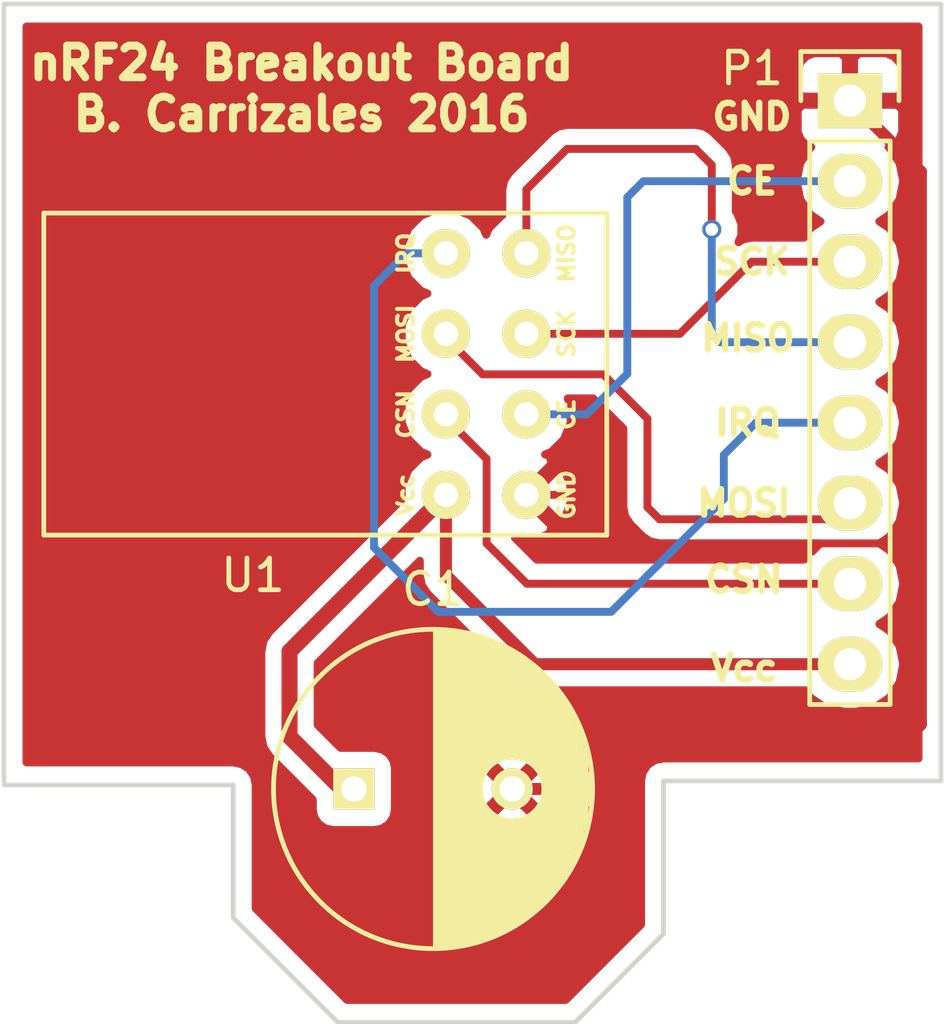
<source format=kicad_pcb>
(kicad_pcb (version 4) (host pcbnew 4.0.2-stable)

  (general
    (links 10)
    (no_connects 0)
    (area 128.016 109.95 159.966667 143.331001)
    (thickness 1.6)
    (drawings 21)
    (tracks 59)
    (zones 0)
    (modules 3)
    (nets 9)
  )

  (page A4)
  (title_block
    (title "NRF24 Breakout Board")
    (rev -)
    (comment 1 "Brennan Carrizales")
  )

  (layers
    (0 F.Cu signal)
    (31 B.Cu signal)
    (32 B.Adhes user)
    (33 F.Adhes user)
    (34 B.Paste user)
    (35 F.Paste user)
    (36 B.SilkS user)
    (37 F.SilkS user)
    (38 B.Mask user)
    (39 F.Mask user)
    (40 Dwgs.User user)
    (41 Cmts.User user)
    (42 Eco1.User user)
    (43 Eco2.User user)
    (44 Edge.Cuts user)
    (45 Margin user)
    (46 B.CrtYd user)
    (47 F.CrtYd user)
    (48 B.Fab user)
    (49 F.Fab user)
  )

  (setup
    (last_trace_width 0.381)
    (user_trace_width 0.1524)
    (user_trace_width 0.254)
    (user_trace_width 0.381)
    (user_trace_width 0.508)
    (user_trace_width 0.8128)
    (trace_clearance 0.2)
    (zone_clearance 0.508)
    (zone_45_only no)
    (trace_min 0.1524)
    (segment_width 0.2)
    (edge_width 0.15)
    (via_size 0.6)
    (via_drill 0.4)
    (via_min_size 0.4)
    (via_min_drill 0.254)
    (user_via 0.4826 0.3302)
    (user_via 0.5 0.4)
    (user_via 1.905 0.254)
    (uvia_size 0.3)
    (uvia_drill 0.1)
    (uvias_allowed no)
    (uvia_min_size 0.2)
    (uvia_min_drill 0.1)
    (pcb_text_width 0.3)
    (pcb_text_size 1.5 1.5)
    (mod_edge_width 0.15)
    (mod_text_size 1 1)
    (mod_text_width 0.15)
    (pad_size 1.524 1.524)
    (pad_drill 0.762)
    (pad_to_mask_clearance 0.2)
    (aux_axis_origin 0 0)
    (visible_elements FFFFFF7F)
    (pcbplotparams
      (layerselection 0x010f0_80000001)
      (usegerberextensions true)
      (excludeedgelayer true)
      (linewidth 0.100000)
      (plotframeref false)
      (viasonmask false)
      (mode 1)
      (useauxorigin false)
      (hpglpennumber 1)
      (hpglpenspeed 20)
      (hpglpendiameter 15)
      (hpglpenoverlay 2)
      (psnegative false)
      (psa4output false)
      (plotreference true)
      (plotvalue true)
      (plotinvisibletext false)
      (padsonsilk false)
      (subtractmaskfromsilk false)
      (outputformat 1)
      (mirror false)
      (drillshape 0)
      (scaleselection 1)
      (outputdirectory Gerbers/))
  )

  (net 0 "")
  (net 1 "Net-(P1-Pad2)")
  (net 2 "Net-(P1-Pad3)")
  (net 3 "Net-(P1-Pad4)")
  (net 4 "Net-(P1-Pad5)")
  (net 5 "Net-(P1-Pad6)")
  (net 6 "Net-(P1-Pad7)")
  (net 7 "Net-(C1-Pad1)")
  (net 8 "Net-(C1-Pad2)")

  (net_class Default "This is the default net class."
    (clearance 0.2)
    (trace_width 0.25)
    (via_dia 0.6)
    (via_drill 0.4)
    (uvia_dia 0.3)
    (uvia_drill 0.1)
    (add_net "Net-(C1-Pad1)")
    (add_net "Net-(C1-Pad2)")
    (add_net "Net-(P1-Pad2)")
    (add_net "Net-(P1-Pad3)")
    (add_net "Net-(P1-Pad4)")
    (add_net "Net-(P1-Pad5)")
    (add_net "Net-(P1-Pad6)")
    (add_net "Net-(P1-Pad7)")
  )

  (module Pin_Headers:Pin_Header_Straight_1x08 (layer F.Cu) (tedit 57CCFB90) (tstamp 57CCF863)
    (at 154.858333 114.175)
    (descr "Through hole pin header")
    (tags "pin header")
    (path /57CCC68D)
    (fp_text reference P1 (at -3.093333 -1.018) (layer F.SilkS)
      (effects (font (size 1 1) (thickness 0.15)))
    )
    (fp_text value CONN_01X08 (at 0 -3.1) (layer F.Fab) hide
      (effects (font (size 1 1) (thickness 0.15)))
    )
    (fp_line (start -1.75 -1.75) (end -1.75 19.55) (layer F.CrtYd) (width 0.05))
    (fp_line (start 1.75 -1.75) (end 1.75 19.55) (layer F.CrtYd) (width 0.05))
    (fp_line (start -1.75 -1.75) (end 1.75 -1.75) (layer F.CrtYd) (width 0.05))
    (fp_line (start -1.75 19.55) (end 1.75 19.55) (layer F.CrtYd) (width 0.05))
    (fp_line (start 1.27 1.27) (end 1.27 19.05) (layer F.SilkS) (width 0.15))
    (fp_line (start 1.27 19.05) (end -1.27 19.05) (layer F.SilkS) (width 0.15))
    (fp_line (start -1.27 19.05) (end -1.27 1.27) (layer F.SilkS) (width 0.15))
    (fp_line (start 1.55 -1.55) (end 1.55 0) (layer F.SilkS) (width 0.15))
    (fp_line (start 1.27 1.27) (end -1.27 1.27) (layer F.SilkS) (width 0.15))
    (fp_line (start -1.55 0) (end -1.55 -1.55) (layer F.SilkS) (width 0.15))
    (fp_line (start -1.55 -1.55) (end 1.55 -1.55) (layer F.SilkS) (width 0.15))
    (pad 1 thru_hole rect (at 0 0) (size 2.032 1.7272) (drill 1.016) (layers *.Cu *.Mask F.SilkS)
      (net 8 "Net-(C1-Pad2)"))
    (pad 2 thru_hole oval (at 0 2.54) (size 2.032 1.7272) (drill 1.016) (layers *.Cu *.Mask F.SilkS)
      (net 1 "Net-(P1-Pad2)"))
    (pad 3 thru_hole oval (at 0 5.08) (size 2.032 1.7272) (drill 1.016) (layers *.Cu *.Mask F.SilkS)
      (net 2 "Net-(P1-Pad3)"))
    (pad 4 thru_hole oval (at 0 7.62) (size 2.032 1.7272) (drill 1.016) (layers *.Cu *.Mask F.SilkS)
      (net 3 "Net-(P1-Pad4)"))
    (pad 5 thru_hole oval (at 0 10.16) (size 2.032 1.7272) (drill 1.016) (layers *.Cu *.Mask F.SilkS)
      (net 4 "Net-(P1-Pad5)"))
    (pad 6 thru_hole oval (at 0 12.7) (size 2.032 1.7272) (drill 1.016) (layers *.Cu *.Mask F.SilkS)
      (net 5 "Net-(P1-Pad6)"))
    (pad 7 thru_hole oval (at 0 15.24) (size 2.032 1.7272) (drill 1.016) (layers *.Cu *.Mask F.SilkS)
      (net 6 "Net-(P1-Pad7)"))
    (pad 8 thru_hole oval (at 0 17.78) (size 2.032 1.7272) (drill 1.016) (layers *.Cu *.Mask F.SilkS)
      (net 7 "Net-(C1-Pad1)"))
    (model Pin_Headers.3dshapes/Pin_Header_Straight_1x08.wrl
      (at (xyz 0 -0.35 0))
      (scale (xyz 1 1 1))
      (rotate (xyz 0 0 90))
    )
  )

  (module "nRF24 Breakout Footprints:nRF24" (layer F.Cu) (tedit 57CCEC7E) (tstamp 57CCF87B)
    (at 135.75 122.8)
    (descr "A footprint for the generic NRF24 module")
    (path /57CCD13B)
    (fp_text reference U1 (at 0.254 6.35) (layer F.SilkS)
      (effects (font (size 1 1) (thickness 0.15)))
    )
    (fp_text value nRF24 (at -0.762 0) (layer F.Fab)
      (effects (font (size 1 1) (thickness 0.15)))
    )
    (fp_line (start -6.35 -5.08) (end -6.35 5.08) (layer F.SilkS) (width 0.15))
    (fp_line (start 11.43 -5.08) (end 11.43 5.08) (layer F.SilkS) (width 0.15))
    (fp_text user Vcc (at 5.08 3.81 90) (layer F.SilkS)
      (effects (font (size 0.5 0.5) (thickness 0.125)))
    )
    (fp_text user CSN (at 5.08 1.27 90) (layer F.SilkS)
      (effects (font (size 0.5 0.5) (thickness 0.125)))
    )
    (fp_text user MOSI (at 5.08 -1.27 90) (layer F.SilkS)
      (effects (font (size 0.5 0.5) (thickness 0.125)))
    )
    (fp_text user IRQ (at 5.08 -3.81 90) (layer F.SilkS)
      (effects (font (size 0.5 0.5) (thickness 0.125)))
    )
    (fp_text user MISO (at 10.16 -3.81 90) (layer F.SilkS)
      (effects (font (size 0.5 0.5) (thickness 0.125)))
    )
    (fp_text user SCK (at 10.16 -1.27 90) (layer F.SilkS)
      (effects (font (size 0.5 0.5) (thickness 0.125)))
    )
    (fp_text user CE (at 10.16 1.27 90) (layer F.SilkS)
      (effects (font (size 0.5 0.5) (thickness 0.125)))
    )
    (fp_text user GND (at 10.16 3.81 90) (layer F.SilkS)
      (effects (font (size 0.5 0.5) (thickness 0.125)))
    )
    (fp_line (start -6.35 5.08) (end 11.43 5.08) (layer F.SilkS) (width 0.15))
    (fp_line (start 11.43 -5.08) (end -6.35 -5.08) (layer F.SilkS) (width 0.15))
    (pad 0 thru_hole circle (at 8.89 3.81) (size 1.524 1.524) (drill 0.762) (layers *.Cu *.Mask F.SilkS)
      (net 8 "Net-(C1-Pad2)"))
    (pad 1 thru_hole circle (at 8.89 1.27) (size 1.524 1.524) (drill 0.762) (layers *.Cu *.Mask F.SilkS)
      (net 1 "Net-(P1-Pad2)"))
    (pad 2 thru_hole circle (at 8.89 -1.27) (size 1.524 1.524) (drill 0.762) (layers *.Cu *.Mask F.SilkS)
      (net 2 "Net-(P1-Pad3)"))
    (pad 3 thru_hole circle (at 8.89 -3.81) (size 1.524 1.524) (drill 0.762) (layers *.Cu *.Mask F.SilkS)
      (net 3 "Net-(P1-Pad4)"))
    (pad 4 thru_hole circle (at 6.35 -3.81) (size 1.524 1.524) (drill 0.762) (layers *.Cu *.Mask F.SilkS)
      (net 4 "Net-(P1-Pad5)"))
    (pad 5 thru_hole circle (at 6.35 -1.27) (size 1.524 1.524) (drill 0.762) (layers *.Cu *.Mask F.SilkS)
      (net 5 "Net-(P1-Pad6)"))
    (pad 6 thru_hole circle (at 6.35 1.27) (size 1.524 1.524) (drill 0.762) (layers *.Cu *.Mask F.SilkS)
      (net 6 "Net-(P1-Pad7)"))
    (pad 7 thru_hole circle (at 6.35 3.81) (size 1.524 1.524) (drill 0.762) (layers *.Cu *.Mask F.SilkS)
      (net 7 "Net-(C1-Pad1)"))
  )

  (module Capacitors_ThroughHole:C_Radial_D10_L16_P5 (layer F.Cu) (tedit 0) (tstamp 57CD0477)
    (at 139.192 135.89)
    (descr "Radial Electrolytic Capacitor 10mm x Length 16mm, Pitch 5mm")
    (tags "Electrolytic Capacitor")
    (path /57CD0306)
    (fp_text reference C1 (at 2.5 -6.3) (layer F.SilkS)
      (effects (font (size 1 1) (thickness 0.15)))
    )
    (fp_text value 10uF (at 2.5 6.3) (layer F.Fab)
      (effects (font (size 1 1) (thickness 0.15)))
    )
    (fp_line (start 2.575 -4.999) (end 2.575 4.999) (layer F.SilkS) (width 0.15))
    (fp_line (start 2.715 -4.995) (end 2.715 4.995) (layer F.SilkS) (width 0.15))
    (fp_line (start 2.855 -4.987) (end 2.855 4.987) (layer F.SilkS) (width 0.15))
    (fp_line (start 2.995 -4.975) (end 2.995 4.975) (layer F.SilkS) (width 0.15))
    (fp_line (start 3.135 -4.96) (end 3.135 4.96) (layer F.SilkS) (width 0.15))
    (fp_line (start 3.275 -4.94) (end 3.275 4.94) (layer F.SilkS) (width 0.15))
    (fp_line (start 3.415 -4.916) (end 3.415 4.916) (layer F.SilkS) (width 0.15))
    (fp_line (start 3.555 -4.887) (end 3.555 4.887) (layer F.SilkS) (width 0.15))
    (fp_line (start 3.695 -4.855) (end 3.695 4.855) (layer F.SilkS) (width 0.15))
    (fp_line (start 3.835 -4.818) (end 3.835 4.818) (layer F.SilkS) (width 0.15))
    (fp_line (start 3.975 -4.777) (end 3.975 4.777) (layer F.SilkS) (width 0.15))
    (fp_line (start 4.115 -4.732) (end 4.115 -0.466) (layer F.SilkS) (width 0.15))
    (fp_line (start 4.115 0.466) (end 4.115 4.732) (layer F.SilkS) (width 0.15))
    (fp_line (start 4.255 -4.682) (end 4.255 -0.667) (layer F.SilkS) (width 0.15))
    (fp_line (start 4.255 0.667) (end 4.255 4.682) (layer F.SilkS) (width 0.15))
    (fp_line (start 4.395 -4.627) (end 4.395 -0.796) (layer F.SilkS) (width 0.15))
    (fp_line (start 4.395 0.796) (end 4.395 4.627) (layer F.SilkS) (width 0.15))
    (fp_line (start 4.535 -4.567) (end 4.535 -0.885) (layer F.SilkS) (width 0.15))
    (fp_line (start 4.535 0.885) (end 4.535 4.567) (layer F.SilkS) (width 0.15))
    (fp_line (start 4.675 -4.502) (end 4.675 -0.946) (layer F.SilkS) (width 0.15))
    (fp_line (start 4.675 0.946) (end 4.675 4.502) (layer F.SilkS) (width 0.15))
    (fp_line (start 4.815 -4.432) (end 4.815 -0.983) (layer F.SilkS) (width 0.15))
    (fp_line (start 4.815 0.983) (end 4.815 4.432) (layer F.SilkS) (width 0.15))
    (fp_line (start 4.955 -4.356) (end 4.955 -0.999) (layer F.SilkS) (width 0.15))
    (fp_line (start 4.955 0.999) (end 4.955 4.356) (layer F.SilkS) (width 0.15))
    (fp_line (start 5.095 -4.274) (end 5.095 -0.995) (layer F.SilkS) (width 0.15))
    (fp_line (start 5.095 0.995) (end 5.095 4.274) (layer F.SilkS) (width 0.15))
    (fp_line (start 5.235 -4.186) (end 5.235 -0.972) (layer F.SilkS) (width 0.15))
    (fp_line (start 5.235 0.972) (end 5.235 4.186) (layer F.SilkS) (width 0.15))
    (fp_line (start 5.375 -4.091) (end 5.375 -0.927) (layer F.SilkS) (width 0.15))
    (fp_line (start 5.375 0.927) (end 5.375 4.091) (layer F.SilkS) (width 0.15))
    (fp_line (start 5.515 -3.989) (end 5.515 -0.857) (layer F.SilkS) (width 0.15))
    (fp_line (start 5.515 0.857) (end 5.515 3.989) (layer F.SilkS) (width 0.15))
    (fp_line (start 5.655 -3.879) (end 5.655 -0.756) (layer F.SilkS) (width 0.15))
    (fp_line (start 5.655 0.756) (end 5.655 3.879) (layer F.SilkS) (width 0.15))
    (fp_line (start 5.795 -3.761) (end 5.795 -0.607) (layer F.SilkS) (width 0.15))
    (fp_line (start 5.795 0.607) (end 5.795 3.761) (layer F.SilkS) (width 0.15))
    (fp_line (start 5.935 -3.633) (end 5.935 -0.355) (layer F.SilkS) (width 0.15))
    (fp_line (start 5.935 0.355) (end 5.935 3.633) (layer F.SilkS) (width 0.15))
    (fp_line (start 6.075 -3.496) (end 6.075 3.496) (layer F.SilkS) (width 0.15))
    (fp_line (start 6.215 -3.346) (end 6.215 3.346) (layer F.SilkS) (width 0.15))
    (fp_line (start 6.355 -3.184) (end 6.355 3.184) (layer F.SilkS) (width 0.15))
    (fp_line (start 6.495 -3.007) (end 6.495 3.007) (layer F.SilkS) (width 0.15))
    (fp_line (start 6.635 -2.811) (end 6.635 2.811) (layer F.SilkS) (width 0.15))
    (fp_line (start 6.775 -2.593) (end 6.775 2.593) (layer F.SilkS) (width 0.15))
    (fp_line (start 6.915 -2.347) (end 6.915 2.347) (layer F.SilkS) (width 0.15))
    (fp_line (start 7.055 -2.062) (end 7.055 2.062) (layer F.SilkS) (width 0.15))
    (fp_line (start 7.195 -1.72) (end 7.195 1.72) (layer F.SilkS) (width 0.15))
    (fp_line (start 7.335 -1.274) (end 7.335 1.274) (layer F.SilkS) (width 0.15))
    (fp_line (start 7.475 -0.499) (end 7.475 0.499) (layer F.SilkS) (width 0.15))
    (fp_circle (center 5 0) (end 5 -1) (layer F.SilkS) (width 0.15))
    (fp_circle (center 2.5 0) (end 2.5 -5.0375) (layer F.SilkS) (width 0.15))
    (fp_circle (center 2.5 0) (end 2.5 -5.3) (layer F.CrtYd) (width 0.05))
    (pad 1 thru_hole rect (at 0 0) (size 1.3 1.3) (drill 0.8) (layers *.Cu *.Mask F.SilkS)
      (net 7 "Net-(C1-Pad1)"))
    (pad 2 thru_hole circle (at 5 0) (size 1.3 1.3) (drill 0.8) (layers *.Cu *.Mask F.SilkS)
      (net 8 "Net-(C1-Pad2)"))
    (model Capacitors_ThroughHole.3dshapes/C_Radial_D10_L16_P5.wrl
      (at (xyz 0.0984252 0 0))
      (scale (xyz 1 1 1))
      (rotate (xyz 0 0 90))
    )
  )

  (gr_text "nRF24 Breakout Board\nB. Carrizales 2016" (at 137.541 113.792) (layer F.SilkS)
    (effects (font (size 1 1) (thickness 0.25)))
  )
  (gr_line (start 157.734 135.636) (end 157.734 135.509) (angle 90) (layer Edge.Cuts) (width 0.15))
  (gr_line (start 148.971 135.636) (end 157.734 135.636) (angle 90) (layer Edge.Cuts) (width 0.15))
  (gr_line (start 148.971 140.462) (end 148.971 135.636) (angle 90) (layer Edge.Cuts) (width 0.15))
  (gr_line (start 146.177 143.256) (end 148.971 140.462) (angle 90) (layer Edge.Cuts) (width 0.15))
  (gr_line (start 138.684 143.256) (end 146.177 143.256) (angle 90) (layer Edge.Cuts) (width 0.15))
  (gr_line (start 135.382 139.954) (end 138.684 143.256) (angle 90) (layer Edge.Cuts) (width 0.15))
  (gr_line (start 135.382 135.763) (end 135.382 139.954) (angle 90) (layer Edge.Cuts) (width 0.15))
  (gr_line (start 128.143 135.763) (end 135.382 135.763) (angle 90) (layer Edge.Cuts) (width 0.15))
  (gr_text "GND\n" (at 151.765 114.681) (layer F.SilkS) (tstamp 57CD00B2)
    (effects (font (size 0.8 0.8) (thickness 0.2)))
  )
  (gr_text CE (at 151.765 116.713) (layer F.SilkS) (tstamp 57CD00A8)
    (effects (font (size 0.8 0.8) (thickness 0.2)))
  )
  (gr_text SCK (at 151.765 119.253) (layer F.SilkS) (tstamp 57CD0096)
    (effects (font (size 0.8 0.8) (thickness 0.2)))
  )
  (gr_text "MISO\n" (at 151.638 121.666) (layer F.SilkS) (tstamp 57CD008B)
    (effects (font (size 0.8 0.8) (thickness 0.2)))
  )
  (gr_text IRQ (at 151.638 124.333) (layer F.SilkS) (tstamp 57CD0018)
    (effects (font (size 0.8 0.8) (thickness 0.2)))
  )
  (gr_text "MOSI\n" (at 151.511 126.873) (layer F.SilkS)
    (effects (font (size 0.8 0.8) (thickness 0.2)))
  )
  (gr_text "CSN\n" (at 151.511 129.286) (layer F.SilkS) (tstamp 57CCFFB1)
    (effects (font (size 0.8 0.8) (thickness 0.2)))
  )
  (gr_text Vcc (at 151.511 132.08) (layer F.SilkS)
    (effects (font (size 0.8 0.8) (thickness 0.2)))
  )
  (gr_line (start 157.734 111.125) (end 157.48 111.125) (angle 90) (layer Edge.Cuts) (width 0.15))
  (gr_line (start 157.734 135.636) (end 157.734 111.125) (angle 90) (layer Edge.Cuts) (width 0.15))
  (gr_line (start 128.143 111.125) (end 128.143 135.636) (angle 90) (layer Edge.Cuts) (width 0.15))
  (gr_line (start 157.48 111.125) (end 128.143 111.125) (angle 90) (layer Edge.Cuts) (width 0.15))

  (segment (start 144.64 124.07) (end 146.549 124.07) (width 0.25) (layer B.Cu) (net 1))
  (segment (start 148.334 116.715) (end 154.858333 116.715) (width 0.25) (layer B.Cu) (net 1) (tstamp 57CCFDC3))
  (segment (start 147.828 117.221) (end 148.334 116.715) (width 0.25) (layer B.Cu) (net 1) (tstamp 57CCFDC1))
  (segment (start 147.828 122.791) (end 147.828 117.221) (width 0.25) (layer B.Cu) (net 1) (tstamp 57CCFDB9))
  (segment (start 146.549 124.07) (end 147.828 122.791) (width 0.25) (layer B.Cu) (net 1) (tstamp 57CCFDB3))
  (segment (start 144.64 121.53) (end 149.488 121.53) (width 0.25) (layer F.Cu) (net 2))
  (segment (start 151.763 119.255) (end 154.858333 119.255) (width 0.25) (layer F.Cu) (net 2) (tstamp 57CCFDDD))
  (segment (start 149.488 121.53) (end 151.763 119.255) (width 0.25) (layer F.Cu) (net 2) (tstamp 57CCFDD7))
  (segment (start 144.64 118.99) (end 144.64 116.98) (width 0.25) (layer F.Cu) (net 3))
  (segment (start 150.751 121.795) (end 154.858333 121.795) (width 0.25) (layer B.Cu) (net 3) (tstamp 57CCFE4A))
  (segment (start 150.495 121.539) (end 150.751 121.795) (width 0.25) (layer B.Cu) (net 3) (tstamp 57CCFE44))
  (segment (start 150.495 118.237) (end 150.495 121.539) (width 0.25) (layer B.Cu) (net 3) (tstamp 57CCFE43))
  (via (at 150.495 118.237) (size 0.6) (drill 0.4) (layers F.Cu B.Cu) (net 3))
  (segment (start 150.495 116.205) (end 150.495 118.237) (width 0.25) (layer F.Cu) (net 3) (tstamp 57CCFE39))
  (segment (start 149.987 115.697) (end 150.495 116.205) (width 0.25) (layer F.Cu) (net 3) (tstamp 57CCFE38))
  (segment (start 145.923 115.697) (end 149.987 115.697) (width 0.25) (layer F.Cu) (net 3) (tstamp 57CCFE32))
  (segment (start 144.64 116.98) (end 145.923 115.697) (width 0.25) (layer F.Cu) (net 3) (tstamp 57CCFE31))
  (segment (start 142.1 118.99) (end 140.852 118.99) (width 0.25) (layer B.Cu) (net 4))
  (segment (start 151.89 124.335) (end 154.858333 124.335) (width 0.25) (layer B.Cu) (net 4) (tstamp 57CCFE13))
  (segment (start 150.876 125.349) (end 151.89 124.335) (width 0.25) (layer B.Cu) (net 4) (tstamp 57CCFE0F))
  (segment (start 150.876 126.746) (end 150.876 125.349) (width 0.25) (layer B.Cu) (net 4) (tstamp 57CCFE0C))
  (segment (start 147.32 130.302) (end 150.876 126.746) (width 0.25) (layer B.Cu) (net 4) (tstamp 57CCFE08))
  (segment (start 141.859 130.302) (end 147.32 130.302) (width 0.25) (layer B.Cu) (net 4) (tstamp 57CCFE04))
  (segment (start 139.827 128.27) (end 141.859 130.302) (width 0.25) (layer B.Cu) (net 4) (tstamp 57CCFE02))
  (segment (start 139.827 120.015) (end 139.827 128.27) (width 0.25) (layer B.Cu) (net 4) (tstamp 57CCFDFD))
  (segment (start 140.852 118.99) (end 139.827 120.015) (width 0.25) (layer B.Cu) (net 4) (tstamp 57CCFDF8))
  (segment (start 142.1 121.53) (end 142.1 121.653) (width 0.25) (layer F.Cu) (net 5))
  (segment (start 142.1 121.653) (end 143.256 122.809) (width 0.25) (layer F.Cu) (net 5) (tstamp 57CCFD55))
  (segment (start 143.256 122.809) (end 147.066 122.809) (width 0.25) (layer F.Cu) (net 5) (tstamp 57CCFD58))
  (segment (start 147.066 122.809) (end 148.463 124.206) (width 0.25) (layer F.Cu) (net 5) (tstamp 57CCFD5C))
  (segment (start 148.463 124.206) (end 148.463 127) (width 0.25) (layer F.Cu) (net 5) (tstamp 57CCFD64))
  (segment (start 148.463 127) (end 148.844 127.381) (width 0.25) (layer F.Cu) (net 5) (tstamp 57CCFD68))
  (segment (start 148.844 127.381) (end 154.352333 127.381) (width 0.25) (layer F.Cu) (net 5) (tstamp 57CCFD6D))
  (segment (start 154.352333 127.381) (end 154.858333 126.875) (width 0.25) (layer F.Cu) (net 5) (tstamp 57CCFD73))
  (segment (start 142.1 124.07) (end 142.1 124.193) (width 0.25) (layer F.Cu) (net 6))
  (segment (start 142.1 124.193) (end 143.383 125.476) (width 0.25) (layer F.Cu) (net 6) (tstamp 57CCFD37))
  (segment (start 143.383 125.476) (end 143.383 128.143) (width 0.25) (layer F.Cu) (net 6) (tstamp 57CCFD3C))
  (segment (start 143.383 128.143) (end 144.655 129.415) (width 0.25) (layer F.Cu) (net 6) (tstamp 57CCFD40))
  (segment (start 144.655 129.415) (end 154.858333 129.415) (width 0.25) (layer F.Cu) (net 6) (tstamp 57CCFD45))
  (segment (start 139.192 135.89) (end 138.811 135.89) (width 0.25) (layer F.Cu) (net 7))
  (segment (start 138.811 135.89) (end 137.16 134.239) (width 0.508) (layer F.Cu) (net 7) (tstamp 57CD05DE))
  (segment (start 137.16 131.55) (end 142.1 126.61) (width 0.508) (layer F.Cu) (net 7) (tstamp 57CD05E3))
  (segment (start 137.16 134.239) (end 137.16 131.55) (width 0.508) (layer F.Cu) (net 7) (tstamp 57CD05E0))
  (segment (start 142.1 126.61) (end 142.1 129.146) (width 0.381) (layer F.Cu) (net 7))
  (segment (start 144.909 131.955) (end 154.858333 131.955) (width 0.381) (layer F.Cu) (net 7) (tstamp 57CCFD2E))
  (segment (start 142.1 129.146) (end 144.909 131.955) (width 0.381) (layer F.Cu) (net 7) (tstamp 57CCFD2B))
  (segment (start 144.192 135.89) (end 146.431 135.89) (width 0.381) (layer F.Cu) (net 8))
  (segment (start 157.099 133.858) (end 157.099 127.635) (width 0.381) (layer F.Cu) (net 8) (tstamp 57CD0621))
  (segment (start 156.337 134.62) (end 157.099 133.858) (width 0.381) (layer F.Cu) (net 8) (tstamp 57CD061F))
  (segment (start 147.701 134.62) (end 156.337 134.62) (width 0.381) (layer F.Cu) (net 8) (tstamp 57CD061B))
  (segment (start 146.431 135.89) (end 147.701 134.62) (width 0.381) (layer F.Cu) (net 8) (tstamp 57CD0619))
  (segment (start 144.64 126.61) (end 146.041 126.61) (width 0.25) (layer F.Cu) (net 8))
  (segment (start 157.099 116.415667) (end 154.858333 114.175) (width 0.381) (layer F.Cu) (net 8) (tstamp 57CCFD9A))
  (segment (start 157.099 127.635) (end 157.099 116.415667) (width 0.381) (layer F.Cu) (net 8) (tstamp 57CCFD95))
  (segment (start 156.591 128.143) (end 157.099 127.635) (width 0.25) (layer F.Cu) (net 8) (tstamp 57CCFD92))
  (segment (start 153.924 128.143) (end 156.591 128.143) (width 0.25) (layer F.Cu) (net 8) (tstamp 57CCFD8F))
  (segment (start 153.67 128.397) (end 153.924 128.143) (width 0.25) (layer F.Cu) (net 8) (tstamp 57CCFD8E))
  (segment (start 147.828 128.397) (end 153.67 128.397) (width 0.25) (layer F.Cu) (net 8) (tstamp 57CCFD8C))
  (segment (start 146.041 126.61) (end 147.828 128.397) (width 0.25) (layer F.Cu) (net 8) (tstamp 57CCFD88))

  (zone (net 8) (net_name "Net-(C1-Pad2)") (layer F.Cu) (tstamp 57CD0AE7) (hatch edge 0.508)
    (connect_pads (clearance 0.508))
    (min_thickness 0.254)
    (fill yes (arc_segments 16) (thermal_gap 0.508) (thermal_bridge_width 0.508))
    (polygon
      (pts
        (xy 157.607 110.998) (xy 128.143 110.998) (xy 128.016 135.636) (xy 135.382 135.763) (xy 135.382 139.954)
        (xy 138.557 143.129) (xy 146.05 143.256) (xy 148.971 140.589) (xy 148.971 135.763) (xy 157.861 135.763)
        (xy 157.861 110.998) (xy 157.226 110.998)
      )
    )
    (filled_polygon
      (pts
        (xy 157.024 134.926) (xy 148.971 134.926) (xy 148.699295 134.980046) (xy 148.468954 135.133954) (xy 148.315046 135.364295)
        (xy 148.261 135.636) (xy 148.261 140.167908) (xy 145.882908 142.546) (xy 138.978092 142.546) (xy 136.092 139.659908)
        (xy 136.092 135.763) (xy 136.037954 135.491295) (xy 135.884046 135.260954) (xy 135.653705 135.107046) (xy 135.382 135.053)
        (xy 128.853 135.053) (xy 128.853 131.55) (xy 136.271 131.55) (xy 136.271 134.239) (xy 136.338671 134.579206)
        (xy 136.485533 134.799) (xy 136.531382 134.867618) (xy 137.89456 136.230796) (xy 137.89456 136.54) (xy 137.938838 136.775317)
        (xy 138.07791 136.991441) (xy 138.29011 137.136431) (xy 138.542 137.18744) (xy 139.842 137.18744) (xy 140.077317 137.143162)
        (xy 140.293441 137.00409) (xy 140.438431 136.79189) (xy 140.439012 136.789016) (xy 143.47259 136.789016) (xy 143.528271 137.019611)
        (xy 144.011078 137.187622) (xy 144.521428 137.158083) (xy 144.855729 137.019611) (xy 144.91141 136.789016) (xy 144.192 136.069605)
        (xy 143.47259 136.789016) (xy 140.439012 136.789016) (xy 140.48944 136.54) (xy 140.48944 135.709078) (xy 142.894378 135.709078)
        (xy 142.923917 136.219428) (xy 143.062389 136.553729) (xy 143.292984 136.60941) (xy 144.012395 135.89) (xy 144.371605 135.89)
        (xy 145.091016 136.60941) (xy 145.321611 136.553729) (xy 145.489622 136.070922) (xy 145.460083 135.560572) (xy 145.321611 135.226271)
        (xy 145.091016 135.17059) (xy 144.371605 135.89) (xy 144.012395 135.89) (xy 143.292984 135.17059) (xy 143.062389 135.226271)
        (xy 142.894378 135.709078) (xy 140.48944 135.709078) (xy 140.48944 135.24) (xy 140.445162 135.004683) (xy 140.436347 134.990984)
        (xy 143.47259 134.990984) (xy 144.192 135.710395) (xy 144.91141 134.990984) (xy 144.855729 134.760389) (xy 144.372922 134.592378)
        (xy 143.862572 134.621917) (xy 143.528271 134.760389) (xy 143.47259 134.990984) (xy 140.436347 134.990984) (xy 140.30609 134.788559)
        (xy 140.09389 134.643569) (xy 139.842 134.59256) (xy 138.770796 134.59256) (xy 138.049 133.870764) (xy 138.049 131.918236)
        (xy 141.2745 128.692736) (xy 141.2745 129.146) (xy 141.337337 129.461906) (xy 141.516283 129.729717) (xy 144.325283 132.538717)
        (xy 144.593094 132.717663) (xy 144.909 132.780501) (xy 144.909005 132.7805) (xy 153.45745 132.7805) (xy 153.613918 133.01467)
        (xy 154.100099 133.339526) (xy 154.673588 133.4536) (xy 155.043078 133.4536) (xy 155.616567 133.339526) (xy 156.102748 133.01467)
        (xy 156.427604 132.528489) (xy 156.541678 131.955) (xy 156.427604 131.381511) (xy 156.102748 130.89533) (xy 155.787967 130.685)
        (xy 156.102748 130.47467) (xy 156.427604 129.988489) (xy 156.541678 129.415) (xy 156.427604 128.841511) (xy 156.102748 128.35533)
        (xy 155.787967 128.145) (xy 156.102748 127.93467) (xy 156.427604 127.448489) (xy 156.541678 126.875) (xy 156.427604 126.301511)
        (xy 156.102748 125.81533) (xy 155.787967 125.605) (xy 156.102748 125.39467) (xy 156.427604 124.908489) (xy 156.541678 124.335)
        (xy 156.427604 123.761511) (xy 156.102748 123.27533) (xy 155.787967 123.065) (xy 156.102748 122.85467) (xy 156.427604 122.368489)
        (xy 156.541678 121.795) (xy 156.427604 121.221511) (xy 156.102748 120.73533) (xy 155.787967 120.525) (xy 156.102748 120.31467)
        (xy 156.427604 119.828489) (xy 156.541678 119.255) (xy 156.427604 118.681511) (xy 156.102748 118.19533) (xy 155.787967 117.985)
        (xy 156.102748 117.77467) (xy 156.427604 117.288489) (xy 156.541678 116.715) (xy 156.427604 116.141511) (xy 156.102748 115.65533)
        (xy 156.080553 115.6405) (xy 156.234031 115.576927) (xy 156.41266 115.398299) (xy 156.509333 115.16491) (xy 156.509333 114.46075)
        (xy 156.350583 114.302) (xy 154.985333 114.302) (xy 154.985333 114.322) (xy 154.731333 114.322) (xy 154.731333 114.302)
        (xy 153.366083 114.302) (xy 153.207333 114.46075) (xy 153.207333 115.16491) (xy 153.304006 115.398299) (xy 153.482635 115.576927)
        (xy 153.636113 115.6405) (xy 153.613918 115.65533) (xy 153.289062 116.141511) (xy 153.174988 116.715) (xy 153.289062 117.288489)
        (xy 153.613918 117.77467) (xy 153.928699 117.985) (xy 153.613918 118.19533) (xy 153.413685 118.495) (xy 151.763 118.495)
        (xy 151.472161 118.552852) (xy 151.339421 118.641546) (xy 151.429838 118.423799) (xy 151.430162 118.051833) (xy 151.288117 117.708057)
        (xy 151.255 117.674882) (xy 151.255 116.205) (xy 151.197148 115.914161) (xy 151.032401 115.667599) (xy 150.524401 115.159599)
        (xy 150.277839 114.994852) (xy 149.987 114.937) (xy 145.923 114.937) (xy 145.632161 114.994852) (xy 145.385599 115.159599)
        (xy 144.102599 116.442599) (xy 143.937852 116.689161) (xy 143.88 116.98) (xy 143.88 117.792469) (xy 143.849697 117.80499)
        (xy 143.456371 118.19763) (xy 143.370051 118.405512) (xy 143.28501 118.199697) (xy 142.89237 117.806371) (xy 142.3791 117.593243)
        (xy 141.823339 117.592758) (xy 141.309697 117.80499) (xy 140.916371 118.19763) (xy 140.703243 118.7109) (xy 140.702758 119.266661)
        (xy 140.91499 119.780303) (xy 141.30763 120.173629) (xy 141.515512 120.259949) (xy 141.309697 120.34499) (xy 140.916371 120.73763)
        (xy 140.703243 121.2509) (xy 140.702758 121.806661) (xy 140.91499 122.320303) (xy 141.30763 122.713629) (xy 141.515512 122.799949)
        (xy 141.309697 122.88499) (xy 140.916371 123.27763) (xy 140.703243 123.7909) (xy 140.702758 124.346661) (xy 140.91499 124.860303)
        (xy 141.30763 125.253629) (xy 141.515512 125.339949) (xy 141.309697 125.42499) (xy 140.916371 125.81763) (xy 140.703243 126.3309)
        (xy 140.702877 126.749887) (xy 136.531382 130.921382) (xy 136.338671 131.209794) (xy 136.271 131.55) (xy 128.853 131.55)
        (xy 128.853 113.18509) (xy 153.207333 113.18509) (xy 153.207333 113.88925) (xy 153.366083 114.048) (xy 154.731333 114.048)
        (xy 154.731333 112.83515) (xy 154.985333 112.83515) (xy 154.985333 114.048) (xy 156.350583 114.048) (xy 156.509333 113.88925)
        (xy 156.509333 113.18509) (xy 156.41266 112.951701) (xy 156.234031 112.773073) (xy 156.000642 112.6764) (xy 155.144083 112.6764)
        (xy 154.985333 112.83515) (xy 154.731333 112.83515) (xy 154.572583 112.6764) (xy 153.716024 112.6764) (xy 153.482635 112.773073)
        (xy 153.304006 112.951701) (xy 153.207333 113.18509) (xy 128.853 113.18509) (xy 128.853 111.835) (xy 157.024 111.835)
      )
    )
    (filled_polygon
      (pts
        (xy 147.703 124.520802) (xy 147.703 127) (xy 147.760852 127.290839) (xy 147.925599 127.537401) (xy 148.306599 127.918401)
        (xy 148.55316 128.083148) (xy 148.844 128.141) (xy 153.922712 128.141) (xy 153.928699 128.145) (xy 153.613918 128.35533)
        (xy 153.413685 128.655) (xy 144.969802 128.655) (xy 144.279394 127.964592) (xy 144.432302 128.019144) (xy 144.987368 127.991362)
        (xy 145.371143 127.832397) (xy 145.440608 127.590213) (xy 144.64 126.789605) (xy 144.625858 126.803748) (xy 144.446253 126.624143)
        (xy 144.460395 126.61) (xy 144.819605 126.61) (xy 145.620213 127.410608) (xy 145.862397 127.341143) (xy 146.049144 126.817698)
        (xy 146.021362 126.262632) (xy 145.862397 125.878857) (xy 145.620213 125.809392) (xy 144.819605 126.61) (xy 144.460395 126.61)
        (xy 144.446253 126.595858) (xy 144.625858 126.416253) (xy 144.64 126.430395) (xy 145.440608 125.629787) (xy 145.371143 125.387603)
        (xy 145.230682 125.337491) (xy 145.430303 125.25501) (xy 145.823629 124.86237) (xy 146.036757 124.3491) (xy 146.037242 123.793339)
        (xy 145.944547 123.569) (xy 146.751198 123.569)
      )
    )
  )
)

</source>
